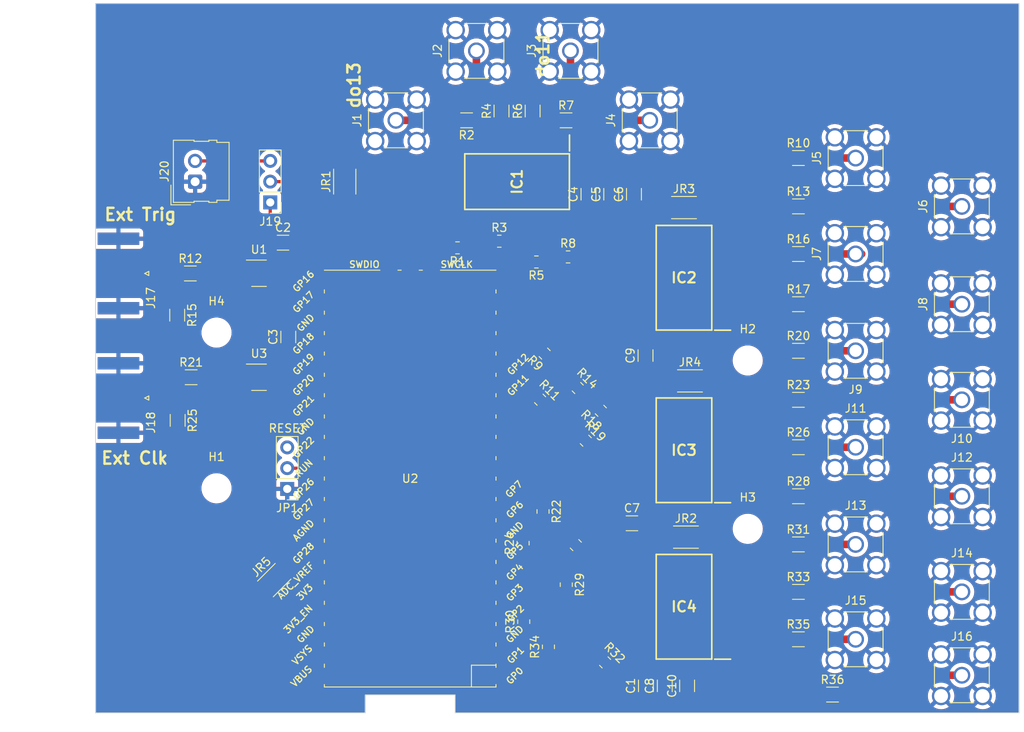
<source format=kicad_pcb>
(kicad_pcb (version 20221018) (generator pcbnew)
  (layers (0 "F.Cu" signal) (31 "B.Cu" signal) (34 "B.Paste" user) (35 "F.Paste" user) (36 "B.SilkS" user "B.Silkscreen") (37 "F.SilkS" user "F.Silkscreen") (38 "B.Mask" user) (39 "F.Mask" user) (44 "Edge.Cuts" user))
  (net 0 "")
  (net 1 "3_3V_Pico")
  (net 2 "GND")
  (net 3 "do7")
  (net 4 "do0")
  (net 5 "do15")
  (net 6 "do8")
  (net 7 "do14")
  (net 8 "do6")
  (net 9 "do9")
  (net 10 "do1")
  (net 11 "do13")
  (net 12 "do5")
  (net 13 "do10")
  (net 14 "do2")
  (net 15 "do12")
  (net 16 "do4")
  (net 17 "do3")
  (net 18 "Net-(IC1A-A0)")
  (net 20 "Net-(U2-GPIO16)")
  (net 24 "Net-(U2-GPIO20)")
  (net 38 "Net-(JP1-C)")
  (net 39 "do11")
  (net 40 "Net-(J17-In)")
  (net 41 "Net-(J18-In)")
  (net 42 "Net-(IC1A-A2)")
  (net 43 "Net-(IC1A-A4)")
  (net 44 "Net-(IC1A-A6)")
  (net 45 "Net-(IC1A-B6)")
  (net 46 "Net-(IC1A-B4)")
  (net 47 "Net-(IC1A-B2)")
  (net 48 "Net-(IC1A-B0)")
  (net 49 "Net-(IC2A-A0)")
  (net 50 "Net-(IC2A-A2)")
  (net 51 "Net-(IC2A-A4)")
  (net 52 "Net-(IC2A-A6)")
  (net 53 "Net-(IC2A-B6)")
  (net 54 "Net-(IC2A-B4)")
  (net 55 "Net-(IC2A-B2)")
  (net 56 "Net-(IC2A-B0)")
  (net 57 "Net-(IC3A-A0)")
  (net 58 "Net-(IC3A-A2)")
  (net 59 "Net-(IC3A-A4)")
  (net 60 "Net-(IC3A-A6)")
  (net 61 "Net-(IC3A-B6)")
  (net 62 "Net-(IC3A-B4)")
  (net 63 "Net-(IC3A-B2)")
  (net 64 "Net-(IC3A-B0)")
  (net 65 "Net-(IC4A-A0)")
  (net 66 "Net-(IC4A-A2)")
  (net 67 "Net-(IC4A-A4)")
  (net 68 "Net-(IC4A-A6)")
  (net 69 "Net-(IC4A-B6)")
  (net 70 "Net-(IC4A-B4)")
  (net 71 "Net-(IC4A-B2)")
  (net 72 "Net-(IC4A-B0)")
  (net 73 "Net-(R12-Pad2)")
  (net 74 "Net-(R21-Pad2)")
  (net 75 "Power  Supply")
  (net 76 "Ext. Power")
  (footprint "Resistor_SMD:R_1206_3216Metric_Pad1.30x1.75mm_HandSolder" (layer "F.Cu") (at 157.9 102.7)
    (fp_text reference "R23")
    (fp_text value "49.9")
  )
  (footprint "Capacitor_SMD:C_1206_3216Metric_Pad1.33x1.80mm_HandSolder" (layer "F.Cu") (at 137.7775 77.543 90)
    (fp_text reference "C6")
    (fp_text value "10u")
  )
  (footprint "MountingHole:MountingHole_3.2mm_M3_ISO7380" (layer "F.Cu") (at 86.699896 94.475)
    (fp_text reference "H4")
    (fp_text value "MountingHole")
  )
  (footprint "Resistor_SMD:R_1206_3216Metric_Pad1.30x1.75mm_HandSolder" (layer "F.Cu") (at 81.944 105.215 -90)
    (fp_text reference "R25")
    (fp_text value "47k")
  )
  (footprint "Resistor_SMD:R_1206_3216Metric_Pad1.30x1.75mm_HandSolder" (layer "F.Cu") (at 157.9 120.39)
    (fp_text reference "R31")
    (fp_text value "49.9")
  )
  (footprint "MountingHole:MountingHole_3.2mm_M3_ISO7380" (layer "F.Cu") (at 151.7 118.486)
    (fp_text reference "H3")
    (fp_text value "MountingHole")
  )
  (footprint "Resistor_SMD:R_0805_2012Metric_Pad1.20x1.40mm_HandSolder" (layer "F.Cu") (at 134.2448 134.8278 -45)
    (fp_text reference "R32")
    (fp_text value "10k")
  )
  (footprint "Capacitor_SMD:C_1206_3216Metric_Pad1.33x1.80mm_HandSolder" (layer "F.Cu") (at 144.281 137.7 90)
    (fp_text reference "C10")
    (fp_text value "10u")
  )
  (footprint "Resistor_SMD:R_1206_3216Metric_Pad1.30x1.75mm_HandSolder" (layer "F.Cu") (at 157.9 108.5)
    (fp_text reference "R26")
    (fp_text value "49.9")
  )
  (footprint "Connector_Coaxial:SMA_Amphenol_901-144_Vertical" (layer "F.Cu") (at 177.9 102.7 180)
    (fp_text reference "J10")
    (fp_text value "do6")
  )
  (footprint "Connector_Coaxial:SMA_Amphenol_901-144_Vertical" (layer "F.Cu") (at 177.9 91 90)
    (fp_text reference "J8")
    (fp_text value "do8")
  )
  (footprint "Resistor_SMD:R_1206_3216Metric_Pad1.30x1.75mm_HandSolder" (layer "F.Cu") (at 157.9 91)
    (fp_text reference "R17")
    (fp_text value "49.9")
  )
  (footprint "Connector_Coaxial:SMA_Amphenol_901-144_Vertical" (layer "F.Cu") (at 177.9 114.5)
    (fp_text reference "J12")
    (fp_text value "do4")
  )
  (footprint "Connector_Coaxial:SMA_Amphenol_901-144_Vertical" (layer "F.Cu") (at 108.65 68.5 90)
    (fp_text reference "J1")
    (fp_text value "do15")
  )
  (footprint "Resistor_SMD:R_0805_2012Metric_Pad1.20x1.40mm_HandSolder" (layer "F.Cu") (at 125.8374 85.8312 180)
    (fp_text reference "R5")
    (fp_text value "10k")
  )
  (footprint "Connector_Coaxial:SMA_Amphenol_132289_EdgeMount" (layer "F.Cu") (at 74.7 102.48 180)
    (fp_text reference "J18")
    (fp_text value "Ext. Clk.")
  )
  (footprint "Connector_Molex:Molex_SL_171971-0002_1x02_P2.54mm_Vertical" (layer "F.Cu") (at 84.079 76.007 90)
    (fp_text reference "J20")
    (fp_text value "EXT PWR")
  )
  (footprint "MCU_RaspberryPi_and_Boards:RPi_Pico_SMD" (layer "F.Cu") (at 110.394448 112.3375 180)
    (fp_text reference "U2")
    (fp_text value "Pico")
  )
  (footprint "Resistor_SMD:R_0805_2012Metric_Pad1.20x1.40mm_HandSolder" (layer "F.Cu") (at 121.3002 83.2912)
    (fp_text reference "R3")
    (fp_text value "10k")
  )
  (footprint "Capacitor_SMD:C_1206_3216Metric_Pad1.33x1.80mm_HandSolder" (layer "F.Cu") (at 139.241 137.7 90)
    (fp_text reference "C1")
    (fp_text value "100n")
  )
  (footprint "Resistor_SMD:R_1206_3216Metric_Pad1.30x1.75mm_HandSolder" (layer "F.Cu") (at 157.9 73.113)
    (fp_text reference "R10")
    (fp_text value "49.9")
  )
  (footprint "Resistor_SMD:R_2010_5025Metric_Pad1.40x2.65mm_HandSolder" (layer "F.Cu") (at 93.763 124.758 45)
    (fp_text reference "JR5")
    (fp_text value "0")
  )
  (footprint "Resistor_SMD:R_2010_5025Metric_Pad1.40x2.65mm_HandSolder" (layer "F.Cu") (at 143.9 79.1764)
    (fp_text reference "JR3")
    (fp_text value "0")
  )
  (footprint "Resistor_SMD:R_1206_3216Metric_Pad1.30x1.75mm_HandSolder" (layer "F.Cu") (at 157.9 79.03)
    (fp_text reference "R13")
    (fp_text value "49.9" hide)
  )
  (footprint "Resistor_SMD:R_1206_3216Metric_Pad1.30x1.75mm_HandSolder" (layer "F.Cu") (at 125.38 67.36 90)
    (fp_text reference "R6")
    (fp_text value "49.9")
  )
  (footprint "ICs:SOIC127P1032X265-20N" (layer "F.Cu") (at 143.9 128.0206 180)
    (fp_text reference "IC4")
    (fp_text value "74LVT245D,118" hide)
  )
  (footprint "Resistor_SMD:R_1206_3216Metric_Pad1.30x1.75mm_HandSolder" (layer "F.Cu") (at 117.3 68.5 180)
    (fp_text reference "R2")
    (fp_text value "49.9")
  )
  (footprint "Capacitor_SMD:C_1206_3216Metric_Pad1.33x1.80mm_HandSolder" (layer "F.Cu") (at 94.834 83.471)
    (fp_text reference "C2")
    (fp_text value "100n")
  )
  (footprint "ICs:SOIC127P1032X265-20N" (layer "F.Cu") (at 143.9 87.7616 180)
    (fp_text reference "IC2")
    (fp_text value "74LVT245D,118" hide)
  )
  (footprint "Connector_PinHeader_2.54mm:PinHeader_1x03_P2.54mm_Vertical" (layer "F.Cu") (at 95.35 113.6 180)
    (fp_text reference "JP1")
    (fp_text value "RESET")
  )
  (footprint "ICs:SOIC127P1032X265-20N" (layer "F.Cu") (at 123.4752 76 -90)
    (fp_text reference "IC1")
    (fp_text value "74LVT245D,118" hide)
  )
  (footprint "Resistor_SMD:R_1206_3216Metric_Pad1.30x1.75mm_HandSolder" (layer "F.Cu") (at 157.9 126.2)
    (fp_text reference "R33")
    (fp_text value "49.9")
  )
  (footprint "Resistor_SMD:R_1206_3216Metric_Pad1.30x1.75mm_HandSolder" (layer "F.Cu") (at 83.494448 87.2375)
    (fp_text reference "R12")
    (fp_text value "470")
  )
  (footprint "Resistor_SMD:R_0805_2012Metric_Pad1.20x1.40mm_HandSolder" (layer "F.Cu") (at 126.6502 116.362 -90)
    (fp_text reference "R22")
    (fp_text value "10k")
  )
  (footprint "Resistor_SMD:R_1206_3216Metric_Pad1.30x1.75mm_HandSolder" (layer "F.Cu") (at 162.072 138.767)
    (fp_text reference "R36")
    (fp_text value "49.9")
  )
  (footprint "Resistor_SMD:R_2010_5025Metric_Pad1.40x2.65mm_HandSolder" (layer "F.Cu") (at 144.137 119.499)
    (fp_text reference "JR2")
    (fp_text value "0")
  )
  (footprint "Resistor_SMD:R_1206_3216Metric_Pad1.30x1.75mm_HandSolder" (layer "F.Cu") (at 157.9 84.859)
    (fp_text reference "R16")
    (fp_text value "49.9" hide)
  )
  (footprint "Resistor_SMD:R_0805_2012Metric_Pad1.20x1.40mm_HandSolder" (layer "F.Cu") (at 131.8826 107.7006 -45)
    (fp_text reference "R19")
    (fp_text value "10k")
  )
  (footprint "Connector_PinHeader_2.54mm:PinHeader_1x03_P2.54mm_Vertical" (layer "F.Cu") (at 93.2715 78.54 180)
    (fp_text reference "J19")
    (fp_text value "PWR SEL")
  )
  (footprint "Capacitor_SMD:C_1206_3216Metric_Pad1.33x1.80mm_HandSolder" (layer "F.Cu") (at 141.548 137.7 90)
    (fp_text reference "C8")
    (fp_text value "1u")
  )
  (footprint "Resistor_SMD:R_1206_3216Metric_Pad1.30x1.75mm_HandSolder" (layer "F.Cu") (at 83.594448 99.9375)
    (fp_text reference "R21")
    (fp_text value "470")
  )
  (footprint "Capacitor_SMD:C_1206_3216Metric_Pad1.33x1.80mm_HandSolder" (layer "F.Cu") (at 139.192 97.286 90)
    (fp_text reference "C9")
    (fp_text value "100n")
  )
  (footprint "Connector_Coaxial:SMA_Amphenol_132289_EdgeMount" (layer "F.Cu") (at 74.7 87.2375 180)
    (fp_text reference "J17")
    (fp_text value "Ext. Trig.")
  )
  (footprint "Capacitor_SMD:C_1206_3216Metric_Pad1.33x1.80mm_HandSolder" (layer "F.Cu") (at 95.48 95.009 90)
    (fp_text reference "C3")
    (fp_text value "100n")
  )
  (footprint "Resistor_SMD:R_0805_2012Metric_Pad1.20x1.40mm_HandSolder" (layer "F.Cu") (at 124.291 129.844 90)
    (fp_text reference "R30")
    (fp_text value "10k")
  )
  (footprint "Resistor_SMD:R_1206_3216Metric_Pad1.30x1.75mm_HandSolder" (layer "F.Cu") (at 157.9 132)
    (fp_text reference "R35")
    (fp_text value "49.9")
  )
  (footprint "Resistor_SMD:R_0805_2012Metric_Pad1.20x1.40mm_HandSolder" (layer "F.Cu") (at 129.495 125.3188 -90)
    (fp_text reference "R29")
    (fp_text value "10k")
  )
  (footprint "Resistor_SMD:R_0805_2012Metric_Pad1.20x1.40mm_HandSolder" (layer "F.Cu") (at 130.899 101.255 -45)
    (fp_text reference "R14")
    (fp_text value "10k")
  )
  (footprint "ICs:SOIC127P1032X265-20N" (layer "F.Cu") (at 143.9 108.869 180)
    (fp_text reference "IC3")
    (fp_text value "74LVT245D,118" hide)
  )
  (footprint "Resistor_SMD:R_0805_2012Metric_Pad1.20x1.40mm_HandSolder" (layer "F.Cu") (at 130.6634 120.4768 -45)
    (fp_text reference "R27" hide)
    (fp_text value "10k")
  )
  (footprint "Connector_Coaxial:SMA_Amphenol_901-144_Vertical" (layer "F.Cu") (at 164.9 96.7 180)
    (fp_text reference "J9")
    (fp_text value "do7")
  )
  (footprint "Package_TO_SOT_SMD:SOT-23-5_HandSoldering" (layer "F.Cu") (at 91.9 87.211)
    (fp_text reference "U1")
    (fp_text value "74LVC1G17")
  )
  (footprint "Connector_Coaxial:SMA_Amphenol_901-144_Vertical" (layer "F.Cu") (at 177.9 126.2)
    (fp_text reference "J14")
    (fp_text value "do2")
  )
  (footprint "Connector_Coaxial:SMA_Amphenol_901-144_Vertical" (layer "F.Cu") (at 139.706 68.5 90)
    (fp_text reference "J4")
    (fp_text value "do12")
  )
  (footprint "MountingHole:MountingHole_3.2mm_M3_ISO7380" (layer "F.Cu") (at 151.7 97.886)
    (fp_text reference "H2")
    (fp_text value "MountingHole")
  )
  (footprint "Connector_Coaxial:SMA_Amphenol_901-144_Vertical" (layer "F.Cu") (at 118.5 60 90)
    (fp_text reference "J2")
    (fp_text value "do14")
  )
  (footprint "Resistor_SMD:R_0805_2012Metric_Pad1.20x1.40mm_HandSolder" (layer "F.Cu") (at 126.847107 97.043107 135)
    (fp_text reference "R9")
    (fp_text value "10k")
  )
  (footprint "Resistor_SMD:R_2010_5025Metric_Pad1.40x2.65mm_HandSolder" (layer "F.Cu") (at 102.387 76 90)
    (fp_text reference "JR1")
    (fp_text value "0")
  )
  (footprint "Resistor_SMD:R_0805_2012Metric_Pad1.20x1.40mm_HandSolder" (layer "F.Cu") (at 124.2118 120.2388 90)
    (fp_text reference "R24")
    (fp_text value "10k" hide)
  )
  (footprint "Connector_Coaxial:SMA_Amphenol_901-144_Vertical" (layer "F.Cu") (at 177.9 136.4)
    (fp_text reference "J16")
    (fp_text value "do0")
  )
  (footprint "Resistor_SMD:R_0805_2012Metric_Pad1.20x1.40mm_HandSolder" (layer "F.Cu") (at 126.29 102.684 -45)
    (fp_text reference "R11")
    (fp_text value "10k")
  )
  (footprint "Resistor_SMD:R_1206_3216Metric_Pad1.30x1.75mm_HandSolder" (layer "F.Cu") (at 81.887 92.338 -90)
    (fp_text reference "R15")
    (fp_text value "47k")
  )
  (footprint "Connector_Coaxial:SMA_Amphenol_901-144_Vertical" (layer "F.Cu") (at 130.01 60 90)
    (fp_text reference "J3")
    (fp_text value "do13")
  )
  (footprint "Resistor_SMD:R_0805_2012Metric_Pad1.20x1.40mm_HandSolder" (layer "F.Cu") (at 116.1854 84.104 180)
    (fp_text reference "R1")
    (fp_text value "10k")
  )
  (footprint "Connector_Coaxial:SMA_Amphenol_901-144_Vertical" (layer "F.Cu") (at 164.9 73.121 90)
    (fp_text reference "J5")
    (fp_text value "do11")
  )
  (footprint "Resistor_SMD:R_1206_3216Metric_Pad1.30x1.75mm_HandSolder" (layer "F.Cu") (at 157.9 114.5)
    (fp_text reference "R28")
    (fp_text value "49.9")
  )
  (footprint "MountingHole:MountingHole_3.2mm_M3_ISO7380" (layer "F.Cu") (at 86.699896 113.525)
    (fp_text reference "H1")
    (fp_text value "MountingHole")
  )
  (footprint "Resistor_SMD:R_1206_3216Metric_Pad1.30x1.75mm_HandSolder" (layer "F.Cu") (at 157.9 96.7)
    (fp_text reference "R20")
    (fp_text value "49.9")
  )
  (footprint "Resistor_SMD:R_0805_2012Metric_Pad1.20x1.40mm_HandSolder" (layer "F.Cu") (at 127.3106 132.9228 90)
    (fp_text reference "R34")
    (fp_text value "10k")
  )
  (footprint "Connector_Coaxial:SMA_Amphenol_901-144_Vertical" (layer "F.Cu") (at 177.9 79.03 90)
    (fp_text reference "J6")
    (fp_text value "do10")
  )
  (footprint "Connector_Coaxial:SMA_Amphenol_901-144_Vertical" (layer "F.Cu") (at 164.9 120.39)
    (fp_text reference "J13")
    (fp_text value "do3")
  )
  (footprint "Resistor_SMD:R_1206_3216Metric_Pad1.30x1.75mm_HandSolder" (layer "F.Cu") (at 129.47 68.5)
    (fp_text reference "R7")
    (fp_text value "49.9")
  )
  (footprint "Package_TO_SOT_SMD:SOT-23-5_HandSoldering" (layer "F.Cu") (at 91.9 99.9375)
    (fp_text reference "U3")
    (fp_text value "74LVC1G34")
  )
  (footprint "Resistor_SMD:R_0805_2012Metric_Pad1.20x1.40mm_HandSolder" (layer "F.Cu") (at 129.715 85.212)
    (fp_text reference "R8")
    (fp_text value "10k")
  )
  (footprint "Capacitor_SMD:C_1206_3216Metric_Pad1.33x1.80mm_HandSolder" (layer "F.Cu") (at 137.531 117.806)
    (fp_text reference "C7")
    (fp_text value "100n")
  )
  (footprint "Capacitor_SMD:C_1206_3216Metric_Pad1.33x1.80mm_HandSolder" (layer "F.Cu") (at 134.995 77.543 90)
    (fp_text reference "C5")
    (fp_text value "1u")
  )
  (footprint "Connector_Coaxial:SMA_Amphenol_901-144_Vertical" (layer "F.Cu") (at 164.9 108.5)
    (fp_text reference "J11")
    (fp_text value "do5")
  )
  (footprint "Connector_Coaxial:SMA_Amphenol_901-144_Vertical" (layer "F.Cu") (at 164.9 84.851 90)
    (fp_text reference "J7")
    (fp_text value "do9")
  )
  (footprint "Capacitor_SMD:C_1206_3216Metric_Pad1.33x1.80mm_HandSolder" (layer "F.Cu") (at 132.2125 77.543 90)
    (fp_text reference "C4")
    (fp_text value "100n")
  )
  (footprint "Resistor_SMD:R_0805_2012Metric_Pad1.20x1.40mm_HandSolder" (layer "F.Cu") (at 133.723 104.042 135)
    (fp_text reference "R18")
    (fp_text value "10k")
  )
  (footprint "Connector_Coaxial:SMA_Amphenol_901-144_Vertical" (layer "F.Cu") (at 164.9 132)
    (fp_text reference "J15")
    (fp_text value "do1")
  )
  (footprint "Resistor_SMD:R_1206_3216Metric_Pad1.30x1.75mm_HandSolder" (layer "F.Cu") (at 121.5702 67.36 90)
    (fp_text reference "R4")
    (fp_text value "49.9")
  )
  (footprint "Resistor_SMD:R_2010_5025Metric_Pad1.40x2.65mm_HandSolder" (layer "F.Cu") (at 144.63 100.384)
    (fp_text reference "JR4")
    (fp_text value "0")
  )
  (gr_line (start 71.9 141) (end 71.9 54.2) (stroke (width 0.1)) (layer "Edge.Cuts"))
  (gr_line (start 115.9 138.8) (end 104.9 138.8) (stroke (width 0.1)) (layer "Edge.Cuts"))
  (gr_line (start 115.9 141) (end 115.9 138.8) (stroke (width 0.1)) (layer "Edge.Cuts"))
  (gr_line (start 71.9 141) (end 104.9 141) (stroke (width 0.1)) (layer "Edge.Cuts"))
  (gr_line (start 184.9 54.2) (end 71.9 54.2) (stroke (width 0.1)) (layer "Edge.Cuts"))
  (gr_line (start 184.9 141) (end 184.9 54.2) (stroke (width 0.1)) (layer "Edge.Cuts"))
  (gr_line (start 115.9 141) (end 184.9 141) (stroke (width 0.1)) (layer "Edge.Cuts"))
  (gr_line (start 104.9 138.8) (end 104.9 141) (stroke (width 0.1)) (layer "Edge.Cuts"))
  (gr_text "do11" (at 127.5 63.4 90) (layer "F.SilkS") (effects (font (size 1.5 1.5) (thickness 0.3) bold) (justify left bottom)))
  (gr_text "Ext Clk" (at 72.442 110.708) (layer "F.SilkS") (effects (font (size 1.5 1.5) (thickness 0.3) bold) (justify left bottom)))
  (gr_text "Ext Trig" (at 72.823 80.902) (layer "F.SilkS") (effects (font (size 1.5 1.5) (thickness 0.3) bold) (justify left bottom)))
  (gr_text "do13" (at 104.4 67.2 90) (layer "F.SilkS") (effects (font (size 1.5 1.5) (thickness 0.3) bold) (justify left bottom)))
  (segment (start 95.0775 98.9875) (end 93.25 98.9875) (width 0.4) (layer "F.Cu") (net 1))
  (segment (start 92.073 86.261) (end 91.9 86.434) (width 0.4) (layer "F.Cu") (net 1))
  (segment (start 93.25 86.261) (end 92.073 86.261) (width 0.4) (layer "F.Cu") (net 1))
  (segment (start 93.25 98.9875) (end 91.9665 98.9875) (width 0.4) (layer "F.Cu") (net 1))
  (segment (start 93.2715 86.2395) (end 93.25 86.261) (width 0.4) (layer "F.Cu") (net 1))
  (segment (start 95.294448 126.3375) (end 91.9 122.943052) (width 0.4) (layer "F.Cu") (net 1))
  (segment (start 101.474448 126.3375) (end 95.294448 126.3375) (width 0.4) (layer "F.Cu") (net 1))
  (segment (start 91.9 122.943052) (end 91.9 98.921) (width 0.4) (layer "F.Cu") (net 1))
  (segment (start 93.2715 78.54) (end 93.2715 86.2395) (width 0.4) (layer "F.Cu") (net 1))
  (segment (start 95.48 96.5715) (end 95.48 98.585) (width 0.4) (layer "F.Cu") (net 1))
  (segment (start 95.48 98.585) (end 95.0775 98.9875) (width 0.4) (layer "F.Cu") (net 1))
  (segment (start 91.9 86.434) (end 91.9 98.921) (width 0.4) (layer "F.Cu") (net 1))
  (segment (start 101.504448 126.3075) (end 101.474448 126.3375) (width 0.4) (layer "F.Cu") (net 1))
  (segment (start 122.803 125.028) (end 117.515 125.028) (width 0.2) (layer "F.Cu") (net 2))
  (segment (start 122.388 99.635) (end 117.917 99.635) (width 0.2) (layer "F.Cu") (net 2))
  (segment (start 122.542 112.323) (end 117.868 112.323) (width 0.2) (layer "F.Cu") (net 2))
  (segment (start 159.45 96.7) (end 164.9 96.7) (width 0.93) (layer "F.Cu") (net 3))
  (segment (start 177.898 136.398) (end 177.9 136.4) (width 0.93) (layer "F.Cu") (net 4))
  (segment (start 163.622 138.767) (end 168.881 138.767) (width 0.93) (layer "F.Cu") (net 4))
  (segment (start 171.25 136.398) (end 177.898 136.398) (width 0.93) (layer "F.Cu") (net 4))
  (segment (start 168.881 138.767) (end 171.25 136.398) (width 0.93) (layer "F.Cu") (net 4))
  (segment (start 115.75 68.5) (end 108.65 68.5) (width 0.93) (layer "F.Cu") (net 5))
  (segment (start 159.45 91) (end 177.9 91) (width 0.93) (layer "F.Cu") (net 6))
  (segment (start 119.881 65.81) (end 118.5 64.429) (width 0.93) (layer "F.Cu") (net 7))
  (segment (start 121.5702 65.81) (end 119.881 65.81) (width 0.93) (layer "F.Cu") (net 7))
  (segment (start 118.5 64.429) (end 118.5 60) (width 0.93) (layer "F.Cu") (net 7))
  (segment (start 159.45 102.7) (end 177.9 102.7) (width 0.93) (layer "F.Cu") (net 8))
  (segment (start 162.161 84.851) (end 165.643 84.851) (width 0.93) (layer "F.Cu") (net 9))
  (segment (start 160.022 84.859) (end 162.031 84.859) (width 0.93) (layer "F.Cu") (net 9))
  (segment (start 159.45 132) (end 164.9 132) (width 0.93) (layer "F.Cu") (net 10))
  (segment (start 130.01 60) (end 130.01 63.84) (width 0.93) (layer "F.Cu") (net 11))
  (segment (start 130.01 63.84) (end 128.04 65.81) (width 0.93) (layer "F.Cu") (net 11))
  (segment (start 128.04 65.81) (end 125.38 65.81) (width 0.93) (layer "F.Cu") (net 11))
  (segment (start 159.45 108.5) (end 164.9 108.5) (width 0.93) (layer "F.Cu") (net 12))
  (segment (start 159.45 79.03) (end 177.9 79.03) (width 0.93) (layer "F.Cu") (net 13))
  (segment (start 159.45 126.2) (end 177.9 126.2) (width 0.93) (layer "F.Cu") (net 14))
  (segment (start 131.02 68.5) (end 139.706 68.5) (width 0.93) (layer "F.Cu") (net 15))
  (segment (start 177.9 114.5) (end 159.45 114.5) (width 0.93) (layer "F.Cu") (net 16))
  (segment (start 159.55 120.39) (end 164.722 120.39) (width 0.93) (layer "F.Cu") (net 17))
  (segment (start 127.9202 71.275) (end 127.9202 68.5002) (width 0.4) (layer "F.Cu") (net 18))
  (segment (start 127.9202 71.275) (end 126.6502 71.275) (width 0.4) (layer "F.Cu") (net 18))
  (segment (start 101.484448 88.1875) (end 93.3225 88.1875) (width 0.4) (layer "F.Cu") (net 20))
  (segment (start 93.3225 88.1875) (end 93.296 88.161) (width 0.4) (layer "F.Cu") (net 20))
  (segment (start 101.504448 88.2075) (end 101.484448 88.1875) (width 0.4) (layer "F.Cu") (net 20))
  (segment (start 101.484448 100.8875) (end 93.25 100.8875) (width 0.4) (layer "F.Cu") (net 24))
  (segment (start 101.504448 100.9075) (end 101.484448 100.8875) (width 0.4) (layer "F.Cu") (net 24))
  (segment (start 95.362 111.072) (end 101.499948 111.072) (width 0.4) (layer "F.Cu") (net 38))
  (segment (start 101.504448 111.0675) (end 101.497748 111.0742) (width 0.4) (layer "F.Cu") (net 38))
  (segment (start 101.499948 111.072) (end 101.504448 111.0675) (width 0.4) (layer "F.Cu") (net 38))
  (segment (start 95.35 111.06) (end 95.362 111.072) (width 0.4) (layer "F.Cu") (net 38))
  (segment (start 159.543 73.113) (end 164.606 73.113) (width 0.93) (layer "F.Cu") (net 39))
  (segment (start 164.606 73.113) (end 164.614 73.121) (width 0.4) (layer "F.Cu") (net 39))
  (segment (start 75.694448 87.2375) (end 81.944448 87.2375) (width 0.4) (layer "F.Cu") (net 40))
  (segment (start 81.887 90.788) (end 81.887 87.294948) (width 0.4) (layer "F.Cu") (net 40))
  (segment (start 81.887 87.294948) (end 81.944448 87.2375) (width 0.4) (layer "F.Cu") (net 40))
  (segment (start 80.5325 99.9375) (end 82.044448 99.9375) (width 0.4) (layer "F.Cu") (net 41))
  (segment (start 82.044448 103.564552) (end 81.944 103.665) (width 0.4) (layer "F.Cu") (net 41))
  (segment (start 82.044448 99.9375) (end 82.044448 103.564552) (width 0.4) (layer "F.Cu") (net 41))
  (segment (start 75.664448 102.48) (end 77.99 102.48) (width 0.4) (layer "F.Cu") (net 41))
  (segment (start 77.99 102.48) (end 80.5325 99.9375) (width 0.4) (layer "F.Cu") (net 41))
  (segment (start 125.38 68.91) (end 125.38 71.2748) (width 0.4) (layer "F.Cu") (net 42))
  (segment (start 125.3802 71.275) (end 124.1102 71.275) (width 0.4) (layer "F.Cu") (net 42))
  (segment (start 125.38 71.2748) (end 125.3802 71.275) (width 0.4) (layer "F.Cu") (net 42))
  (segment (start 121.5702 71.275) (end 122.8402 71.275) (width 0.4) (layer "F.Cu") (net 43))
  (segment (start 121.5702 68.9662) (end 121.5702 71.275) (width 0.4) (layer "F.Cu") (net 43))
  (segment (start 119.0302 71.275) (end 119.0302 68.6802) (width 0.4) (layer "F.Cu") (net 44))
  (segment (start 119.0302 71.275) (end 120.3002 71.275) (width 0.4) (layer "F.Cu") (net 44))
  (segment (start 119.0302 68.6802) (end 118.85 68.5) (width 0.4) (layer "F.Cu") (net 44))
  (segment (start 117.121 83.4986) (end 117.7602 82.8594) (width 0.4) (layer "F.Cu") (net 45))
  (segment (start 117.7602 82.8594) (end 117.7602 80.725) (width 0.4) (layer "F.Cu") (net 45))
  (segment (start 117.5335 88.2075) (end 117.121 87.795) (width 0.4) (layer "F.Cu") (net 45))
  (segment (start 117.7602 80.725) (end 119.0302 80.725) (width 0.4) (layer "F.Cu") (net 45))
  (segment (start 119.284448 88.2075) (end 117.5335 88.2075) (width 0.4) (layer "F.Cu") (net 45))
  (segment (start 117.121 87.795) (end 117.121 83.4986) (width 0.4) (layer "F.Cu") (net 45))
  (segment (start 122.9672 90.3328) (end 122.9672 87.0758) (width 0.4) (layer "F.Cu") (net 46))
  (segment (start 122.5525 90.7475) (end 122.9672 90.3328) (width 0.4) (layer "F.Cu") (net 46))
  (segment (start 120.3002 80.725) (end 121.5702 80.725) (width 0.4) (layer "F.Cu") (net 46))
  (segment (start 120.3002 84.4088) (end 120.3002 80.725) (width 0.4) (layer "F.Cu") (net 46))
  (segment (start 122.9672 87.0758) (end 120.3002 84.4088) (width 0.4) (layer "F.Cu") (net 46))
  (segment (start 119.284448 90.7475) (end 122.5525 90.7475) (width 0.4) (layer "F.Cu") (net 46))
  (segment (start 122.4075 95.8275) (end 119.284448 95.8275) (width 0.4) (layer "F.Cu") (net 47))
  (segment (start 124.1102 82.4022) (end 126.7518 85.0438) (width 0.4) (layer "F.Cu") (net 47))
  (segment (start 124.1102 80.725) (end 124.1102 82.4022) (width 0.4) (layer "F.Cu") (net 47))
  (segment (start 126.7518 85.0438) (end 126.7518 91.4832) (width 0.4) (layer "F.Cu") (net 47))
  (segment (start 126.7518 91.4832) (end 122.4075 95.8275) (width 0.4) (layer "F.Cu") (net 47))
  (segment (start 122.8402 80.725) (end 124.1102 80.725) (width 0.4) (layer "F.Cu") (net 47))
  (segment (start 126.6502 82.1736) (end 128.6728 84.1962) (width 0.4) (layer "F.Cu") (net 48))
  (segment (start 128.6728 84.1962) (end 128.6728 91.7992) (width 0.4) (layer "F.Cu") (net 48))
  (segment (start 125.3802 80.725) (end 126.6502 80.725) (width 0.4) (layer "F.Cu") (net 48))
  (segment (start 128.6728 91.7992) (end 122.1045 98.3675) (width 0.4) (layer "F.Cu") (net 48))
  (segment (start 126.6502 80.725) (end 126.6502 82.1736) (width 0.4) (layer "F.Cu") (net 48))
  (segment (start 122.1045 98.3675) (end 119.284448 98.3675) (width 0.4) (layer "F.Cu") (net 48))
  (segment (start 148.625 92.2066) (end 152.4064 92.2066) (width 0.4) (layer "F.Cu") (net 49))
  (segment (start 148.625 90.9366) (end 148.625 92.2066) (width 0.4) (layer "F.Cu") (net 49))
  (segment (start 153.613 91) (end 156.35 91) (width 0.4) (layer "F.Cu") (net 49))
  (segment (start 152.4064 92.2066) (end 153.613 91) (width 0.4) (layer "F.Cu") (net 49))
  (segment (start 148.625 89.6666) (end 150.4444 89.6666) (width 0.4) (layer "F.Cu") (net 50))
  (segment (start 150.4444 89.6666) (end 155.252 84.859) (width 0.4) (layer "F.Cu") (net 50))
  (segment (start 155.252 84.859) (end 156.35 84.859) (width 0.4) (layer "F.Cu") (net 50))
  (segment (start 148.625 88.3966) (end 148.625 89.6666) (width 0.4) (layer "F.Cu") (net 50))
  (segment (start 156.35 80.3336) (end 156.35 79.03) (width 0.4) (layer "F.Cu") (net 51))
  (segment (start 148.625 85.8566) (end 150.827 85.8566) (width 0.4) (layer "F.Cu") (net 51))
  (segment (start 148.625 85.8566) (end 148.625 87.1266) (width 0.4) (layer "F.Cu") (net 51))
  (segment (start 150.827 85.8566) (end 156.35 80.3336) (width 0.4) (layer "F.Cu") (net 51))
  (segment (start 156.35 73.113) (end 155.142 73.113) (width 0.4) (layer "F.Cu") (net 52))
  (segment (start 149.8054 83.3166) (end 148.625 83.3166) (width 0.4) (layer "F.Cu") (net 52))
  (segment (start 155.142 73.113) (end 153.744 74.511) (width 0.4) (layer "F.Cu") (net 52))
  (segment (start 148.625 84.5866) (end 148.625 83.3166) (width 0.4) (layer "F.Cu") (net 52))
  (segment (start 153.744 79.378) (end 149.8054 83.3166) (width 0.4) (layer "F.Cu") (net 52))
  (segment (start 153.744 74.511) (end 153.744 79.378) (width 0.4) (layer "F.Cu") (net 52))
  (segment (start 124.396928 100.9075) (end 127.554214 97.750214) (width 0.4) (layer "F.Cu") (net 53))
  (segment (start 137.7246 82.0466) (end 131.175 88.5962) (width 0.4) (layer "F.Cu") (net 53))
  (segment (start 131.175 94.129428) (end 127.554214 97.750214) (width 0.4) (layer "F.Cu") (net 53))
  (segment (start 139.3242 83.3166) (end 139.3242 82.0466) (width 0.4) (layer "F.Cu") (net 53))
  (segment (start 131.175 88.5962) (end 131.175 94.129428) (width 0.4) (layer "F.Cu") (net 53))
  (segment (start 119.284448 100.9075) (end 124.396928 100.9075) (width 0.4) (layer "F.Cu") (net 53))
  (segment (start 139.3242 82.0466) (end 137.7246 82.0466) (width 0.4) (layer "F.Cu") (net 53))
  (segment (start 125.668307 101.976893) (end 132.839 94.8062) (width 0.4) (layer "F.Cu") (net 54))
  (segment (start 119.284448 103.4475) (end 124.112286 103.4475) (width 0.4) (layer "F.Cu") (net 54))
  (segment (start 132.839 89.4214) (end 137.3436 84.9168) (width 0.4) (layer "F.Cu") (net 54))
  (segment (start 124.112286 103.4475) (end 125.582893 101.976893) (width 0.4) (layer "F.Cu") (net 54))
  (segment (start 137.3436 84.8914) (end 137.6484 84.5866) (width 0.4) (layer "F.Cu") (net 54))
  (segment (start 137.3436 84.9168) (end 137.3436 84.8914) (width 0.4) (layer "F.Cu") (net 54))
  (segment (start 125.582893 101.976893) (end 125.668307 101.976893) (width 0.4) (layer "F.Cu") (net 54))
  (segment (start 132.839 94.8062) (end 132.839 89.4214) (width 0.4) (layer "F.Cu") (net 54))
  (segment (start 137.6484 84.5866) (end 139.3242 84.5866) (width 0.4) (layer "F.Cu") (net 54))
  (segment (start 139.3242 84.5866) (end 139.3242 85.8566) (width 0.4) (layer "F.Cu") (net 54))
  (segment (start 125.0755 108.5275) (end 132.67 100.933) (width 0.4) (layer "F.Cu") (net 55))
  (segment (start 119.284448 108.5275) (end 125.0755 108.5275) (width 0.4) (layer "F.Cu") (net 55))
  (segment (start 132.67 99.154) (end 134.632 97.192) (width 0.4) (layer "F.Cu") (net 55))
  (segment (start 132.67 100.933) (end 132.67 99.154) (width 0.4) (layer "F.Cu") (net 55))
  (segment (start 134.632 97.192) (end 134.632 91.8188) (width 0.4) (layer "F.Cu") (net 55))
  (segment (start 139.175 88.3966) (end 138.0542 88.3966) (width 0.4) (layer "F.Cu") (net 55))
  (segment (start 139.175 87.1266) (end 139.175 88.3966) (width 0.4) (layer "F.Cu") (net 55))
  (segment (start 138.0542 88.3966) (end 134.632 91.8188) (width 0.4) (layer "F.Cu") (net 55))
  (segment (start 119.284448 111.0675) (end 125.2415 111.0675) (width 0.4) (layer "F.Cu") (net 56))
  (segment (start 136.06 98.7734) (end 136.06 92.4234) (width 0.4) (layer "F.Cu") (net 56))
  (segment (start 139.3242 90.9366) (end 139.3242 89.6666) (width 0.4) (layer "F.Cu") (net 56))
  (segment (start 137.5468 90.9366) (end 139.3242 90.9366) (width 0.4) (layer "F.Cu") (net 56))
  (segment (start 136.06 92.4234) (end 137.5468 90.9366) (width 0.4) (layer "F.Cu") (net 56))
  (segment (start 134.1952 102.1138) (end 134.1952 100.6382) (width 0.4) (layer "F.Cu") (net 56))
  (segment (start 134.1952 100.6382) (end 136.06 98.7734) (width 0.4) (layer "F.Cu") (net 56))
  (segment (start 125.2415 111.0675) (end 134.1952 102.1138) (width 0.4) (layer "F.Cu") (net 56))
  (segment (start 148.625 112.044) (end 148.625 113.314) (width 0.4) (layer "F.Cu") (net 57))
  (segment (start 153.7188 114.5) (end 156.35 114.5) (width 0.4) (layer "F.Cu") (net 57))
  (segment (start 148.625 113.314) (end 152.5328 113.314) (width 0.4) (layer "F.Cu") (net 57))
  (segment (start 152.5328 113.314) (end 153.7188 114.5) (width 0.4) (layer "F.Cu") (net 57))
  (segment (start 148.625 109.504) (end 148.625 110.774) (width 0.4) (layer "F.Cu") (net 58))
  (segment (start 156.429 108.528) (end 155.102 108.528) (width 0.4) (layer "F.Cu") (net 58))
  (segment (start 152.856 110.774) (end 148.625 110.774) (width 0.4) (layer "F.Cu") (net 58))
  (segment (start 155.102 108.528) (end 152.856 110.774) (width 0.4) (layer "F.Cu") (net 58))
  (segment (start 148.625 106.964) (end 153.385 106.964) (width 0.4) (layer "F.Cu") (net 59))
  (segment (start 153.385 106.964) (end 156.35 103.999) (width 0.4) (layer "F.Cu") (net 59))
  (segment (start 148.625 106.964) (end 148.625 108.234) (width 0.4) (layer "F.Cu") (net 59))
  (segment (start 156.35 103.999) (end 156.35 102.7) (width 0.4) (layer "F.Cu") (net 59))
  (segment (start 156.35 98.662) (end 156.35 96.7) (width 0.4) (layer "F.Cu") (net 60))
  (segment (start 148.625 104.424) (end 148.625 105.694) (width 0.4) (layer "F.Cu") (net 60))
  (segment (start 148.625 104.424) (end 150.588 104.424) (width 0.4) (layer "F.Cu") (net 60))
  (segment (start 150.588 104.424) (end 156.35 98.662) (width 0.4) (layer "F.Cu") (net 60))
  (segment (start 139.175 103.154) (end 139.175 104.424) (width 0.4) (layer "F.Cu") (net 61))
  (segment (start 127.3219 113.6075) (end 119.284448 113.6075) (width 0.4) (layer "F.Cu") (net 61))
  (segment (start 137.7754 103.154) (end 127.3219 113.6075) (width 0.4) (layer "F.Cu") (net 61))
  (segment (start 139.175 103.154) (end 137.7754 103.154) (width 0.4) (layer "F.Cu") (net 61))
  (segment (start 119.388948 116.252) (end 124.08 116.252) (width 0.4) (layer "F.Cu") (net 62))
  (segment (start 139.175 105.694) (end 139.175 106.964) (width 0.4) (layer "F.Cu") (net 62))
  (segment (start 137.9786 105.694) (end 139.175 105.694) (width 0.4) (layer "F.Cu") (net 62))
  (segment (start 119.284448 116.1475) (end 119.388948 116.252) (width 0.4) (layer "F.Cu") (net 62))
  (segment (start 124.08 116.252) (end 125.0368 115.2952) (width 0.4) (layer "F.Cu") (net 62))
  (segment (start 128.3774 115.2952) (end 137.9786 105.694) (width 0.4) (layer "F.Cu") (net 62))
  (segment (start 125.0368 115.2952) (end 128.3774 115.2952) (width 0.4) (layer "F.Cu") (net 62))
  (segment (start 139.175 109.504) (end 139.175 108.234) (width 0.4) (layer "F.Cu") (net 63))
  (segment (start 139.175 109.504) (end 137.877 109.504) (width 0.4) (layer "F.Cu") (net 63))
  (segment (start 126.1535 121.2275) (end 119.284448 121.2275) (width 0.4) (layer "F.Cu") (net 63))
  (segment (start 137.877 109.504) (end 126.1535 121.2275) (width 0.4) (layer "F.Cu") (net 63))
  (segment (start 126.0519 123.7675) (end 119.284448 123.7675) (width 0.4) (layer "F.Cu") (net 64))
  (segment (start 139.175 112.044) (end 137.7754 112.044) (width 0.4) (layer "F.Cu") (net 64))
  (segment (start 137.7754 112.044) (end 126.0519 123.7675) (width 0.4) (layer "F.Cu") (net 64))
  (segment (start 139.175 110.774) (end 139.175 112.044) (width 0.4) (layer "F.Cu") (net 64))
  (segment (start 148.6218 132.4656) (end 148.6218 131.1956) (width 0.4) (layer "F.Cu") (net 65))
  (segment (start 156.8382 138.5998) (end 150.704 132.4656) (width 0.4) (layer "F.Cu") (net 65))
  (segment (start 157.0054 138.767) (end 156.8382 138.5998) (width 0.4) (layer "F.Cu") (net 65))
  (segment (start 150.704 132.4656) (end 148.625 132.4656) (width 0.4) (layer "F.Cu") (net 65))
  (segment (start 160.522 138.767) (end 157.0054 138.767) (width 0.4) (layer "F.Cu") (net 65))
  (segment (start 155.039 132) (end 156.35 132) (width 0.4) (layer "F.Cu") (net 66))
  (segment (start 148.6218 129.9256) (end 148.6218 128.6556) (width 0.4) (layer "F.Cu") (net 66))
  (segment (start 152.9646 129.9256) (end 155.039 132) (width 0.4) (layer "F.Cu") (net 66))
  (segment (start 148.625 129.9256) (end 152.9646 129.9256) (width 0.4) (layer "F.Cu") (net 66))
  (segment (start 148.625 126.1156) (end 156.2656 126.1156) (width 0.4) (layer "F.Cu") (net 67))
  (segment (start 156.2656 126.1156) (end 156.35 126.2) (width 0.4) (layer "F.Cu") (net 67))
  (segment (start 148.6218 127.3856) (end 148.6218 126.1156) (width 0.4) (layer "F.Cu") (net 67))
  (segment (start 148.6218 124.8456) (end 148.6218 123.5756) (width 0.4) (layer "F.Cu") (net 68))
  (segment (start 152.3084 123.5756) (end 148.625 123.5756) (width 0.4) (layer "F.Cu") (net 68))
  (segment (start 156.45 120.39) (end 155.494 120.39) (width 0.4) (layer "F.Cu") (net 68))
  (segment (start 155.494 120.39) (end 152.3084 123.5756) (width 0.4) (layer "F.Cu") (net 68))
  (segment (start 139.1718 123.5756) (end 139.1718 122.3056) (width 0.4) (layer "F.Cu") (net 69))
  (segment (start 139.175 122.3056) (end 136.0877 122.3056) (width 0.4) (layer "F.Cu") (net 69))
  (segment (start 119.284448 126.3075) (end 132.0858 126.3075) (width 0.4) (layer "F.Cu") (net 69))
  (segment (start 136.0877 122.3056) (end 132.0858 126.3075) (width 0.4) (layer "F.Cu") (net 69))
  (segment (start 139.175 124.8456) (end 136.7086 124.8456) (width 0.4) (layer "F.Cu") (net 70))
  (segment (start 139.1718 124.8456) (end 139.1718 126.1156) (width 0.4) (layer "F.Cu") (net 70))
  (segment (start 132.7067 128.8475) (end 119.284448 128.8475) (width 0.4) (layer "F.Cu") (net 70))
  (segment (start 136.7086 124.8456) (end 132.7067 128.8475) (width 0.4) (layer "F.Cu") (net 70))
  (segment (start 135.6672 128.6556) (end 130.3953 133.9275) (width 0.4) (layer "F.Cu") (net 71))
  (segment (start 139.175 128.6556) (end 135.6672 128.6556) (width 0.4) (layer "F.Cu") (net 71))
  (segment (start 139.1718 127.3856) (end 139.1718 128.6556) (width 0.4) (layer "F.Cu") (net 71))
  (segment (start 127.3106 133.9228) (end 130.3906 133.9228) (width 0.4) (layer "F.Cu") (net 71))
  (segment (start 130.3906 133.9228) (end 130.3953 133.9275) (width 0.4) (layer "F.Cu") (net 71))
  (segment (start 119.284448 133.9275) (end 119.289148 133.9228) (width 0.4) (layer "F.Cu") (net 71))
  (segment (start 119.289148 133.9228) (end 127.3106 133.9228) (width 0.4) (layer "F.Cu") (net 71))
  (segment (start 139.1718 129.9256) (end 139.1718 131.1956) (width 0.4) (layer "F.Cu") (net 72))
  (segment (start 136.5562 131.1956) (end 139.175 131.1956) (width 0.4) (layer "F.Cu") (net 72))
  (segment (start 131.2843 136.4675) (end 136.5054 131.2464) (width 0.4) (layer "F.Cu") (net 72))
  (segment (start 119.284448 136.4675) (end 131.2843 136.4675) (width 0.4) (layer "F.Cu") (net 72))
  (segment (start 90.5695 87.2375) (end 85.044448 87.2375) (width 0.4) (layer "F.Cu") (net 73))
  (segment (start 90.55 99.9375) (end 85.144448 99.9375) (width 0.4) (layer "F.Cu") (net 74))
  (segment (start 139.175 114.584) (end 139.175 117.7245) (width 0.4) (layer "F.Cu") (net 75))
  (segment (start 142.484 76) (end 143.9 77.416) (width 0.4) (layer "F.Cu") (net 75))
  (segment (start 139.175 93.4766) (end 139.175 95.7065) (width 0.4) (layer "F.Cu") (net 75))
  (segment (start 93.2715 76) (end 129.74 76) (width 0.4) (layer "F.Cu") (net 75))
  (segment (start 129.2918 76) (end 129.74 76) (width 0.4) (layer "F.Cu") (net 75))
  (segment (start 139.175 117.7245) (end 139.0935 117.806) (width 0.4) (layer "F.Cu") (net 75))
  (segment (start 143.9 132.931) (end 143.0954 133.7356) (width 0.4) (layer "F.Cu") (net 75))
  (segment (start 139.295 133.8556) (end 139.175 133.7356) (width 0.4) (layer "F.Cu") (net 75))
  (segment (start 129.2918 76) (end 129.1902 76.1016) (width 0.4) (layer "F.Cu") (net 75))
  (segment (start 139.175 93.4766) (end 143.9 93.4766) (width 0.4) (layer "F.Cu") (net 75))
  (segment (start 139.295 135.631) (end 139.295 133.8556) (width 0.4) (layer "F.Cu") (net 75))
  (segment (start 143.0954 133.7356) (end 139.175 133.7356) (width 0.4) (layer "F.Cu") (net 75))
  (segment (start 129.74 76) (end 142.484 76) (width 0.4) (layer "F.Cu") (net 75))
  (segment (start 129.1902 76.1016) (end 129.1902 80.725) (width 0.4) (layer "F.Cu") (net 75))
  (segment (start 139.175 95.7065) (end 139.192 95.7235) (width 0.4) (layer "F.Cu") (net 75))
  (segment (start 143.777 114.584) (end 139.175 114.584) (width 0.4) (layer "F.Cu") (net 75))
  (segment (start 139.241 136.1375) (end 144.281 136.1375) (width 0.4) (layer "F.Cu") (net 75))
  (segment (start 143.9 77.416) (end 143.9 132.931) (width 0.4) (layer "F.Cu") (net 75))
  (segment (start 84.079 73.467) (end 93.2645 73.467) (width 0.4) (layer "F.Cu") (net 76))
  (segment (start 93.2645 73.467) (end 93.2715 73.46) (width 0.4) (layer "F.Cu") (net 76))
  (zone (net 0) (net_name "") (layer "F.Cu") (connect_pads (clearance 0)) (min_thickness 0.25)
    (keepout (tracks not_allowed) (vias not_allowed) (pads not_allowed) (copperpour not_allowed) (footprints allowed))
    (fill (thermal_gap 0.5) (thermal_bridge_width 0.5))
    (polygon (pts (xy 106.094448 123.5375) (xy 106.094448 137.6375) (xy 114.494448 137.6375) (xy 114.494448 123.5375)))
  )
  (zone (net 2) (net_name "GND") (layers "F&B.Cu") (connect_pads (clearance 0.5)) (min_thickness 0.25) (fill yes (thermal_gap 0.5) (thermal_bridge_width 0.5))
    (polygon (pts (xy 67.3412 53.7764) (xy 67.3412 141.4064) (xy 185.5274 141.4318) (xy 185.4512 53.7764)))
  )
)
</source>
